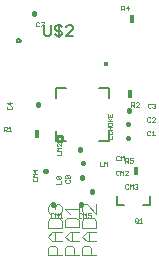
<source format=gto>
G75*
%MOIN*%
%OFA0B0*%
%FSLAX25Y25*%
%IPPOS*%
%LPD*%
%AMOC8*
5,1,8,0,0,1.08239X$1,22.5*
%
%ADD10C,0.00900*%
%ADD11C,0.00500*%
%ADD12C,0.01600*%
%ADD13C,0.00100*%
%ADD14R,0.01600X0.02800*%
%ADD15C,0.00400*%
%ADD16C,0.00800*%
%ADD17R,0.01772X0.01772*%
D10*
X0086533Y0109904D02*
X0086533Y0111724D01*
X0088353Y0111724D01*
X0088353Y0109904D01*
X0086533Y0109904D01*
D11*
X0086303Y0110079D02*
X0089428Y0110079D01*
X0086303Y0110079D02*
X0086303Y0113204D01*
X0100678Y0110079D02*
X0103803Y0110079D01*
X0103803Y0113204D01*
X0103803Y0124454D02*
X0103803Y0127579D01*
X0100678Y0127579D01*
X0089428Y0127579D02*
X0086303Y0127579D01*
X0086303Y0124454D01*
X0073152Y0143455D02*
X0073154Y0143504D01*
X0073160Y0143554D01*
X0073170Y0143602D01*
X0073183Y0143650D01*
X0073201Y0143696D01*
X0073221Y0143741D01*
X0073246Y0143784D01*
X0073274Y0143825D01*
X0073305Y0143863D01*
X0073339Y0143899D01*
X0073375Y0143932D01*
X0073414Y0143963D01*
X0073456Y0143989D01*
X0073499Y0144013D01*
X0073545Y0144033D01*
X0073591Y0144050D01*
X0073639Y0144062D01*
X0073688Y0144071D01*
X0073737Y0144076D01*
X0073786Y0144077D01*
X0073836Y0144074D01*
X0073885Y0144067D01*
X0073933Y0144056D01*
X0073980Y0144042D01*
X0074026Y0144024D01*
X0074071Y0144002D01*
X0074113Y0143976D01*
X0074153Y0143948D01*
X0074191Y0143916D01*
X0074227Y0143882D01*
X0074259Y0143844D01*
X0074289Y0143804D01*
X0074315Y0143762D01*
X0074337Y0143718D01*
X0074357Y0143673D01*
X0074372Y0143626D01*
X0074384Y0143578D01*
X0074392Y0143529D01*
X0074396Y0143480D01*
X0074396Y0143430D01*
X0074392Y0143381D01*
X0074384Y0143332D01*
X0074372Y0143284D01*
X0074357Y0143237D01*
X0074337Y0143192D01*
X0074315Y0143148D01*
X0074289Y0143106D01*
X0074259Y0143066D01*
X0074227Y0143028D01*
X0074191Y0142994D01*
X0074153Y0142962D01*
X0074113Y0142934D01*
X0074071Y0142908D01*
X0074026Y0142886D01*
X0073980Y0142868D01*
X0073933Y0142854D01*
X0073885Y0142843D01*
X0073836Y0142836D01*
X0073786Y0142833D01*
X0073737Y0142834D01*
X0073688Y0142839D01*
X0073639Y0142848D01*
X0073591Y0142860D01*
X0073545Y0142877D01*
X0073499Y0142897D01*
X0073456Y0142921D01*
X0073414Y0142947D01*
X0073375Y0142978D01*
X0073339Y0143011D01*
X0073305Y0143047D01*
X0073274Y0143085D01*
X0073246Y0143126D01*
X0073221Y0143169D01*
X0073201Y0143214D01*
X0073183Y0143260D01*
X0073170Y0143308D01*
X0073160Y0143356D01*
X0073154Y0143406D01*
X0073152Y0143455D01*
X0082291Y0145656D02*
X0082291Y0148523D01*
X0084585Y0148523D02*
X0084585Y0145656D01*
X0084011Y0145083D01*
X0082865Y0145083D01*
X0082291Y0145656D01*
X0085916Y0145656D02*
X0086490Y0145083D01*
X0087636Y0145083D01*
X0088210Y0145656D01*
X0088210Y0146229D01*
X0087636Y0146803D01*
X0086490Y0146803D01*
X0085916Y0147376D01*
X0085916Y0147949D01*
X0086490Y0148523D01*
X0087636Y0148523D01*
X0088210Y0147949D01*
X0089542Y0147949D02*
X0090115Y0148523D01*
X0091262Y0148523D01*
X0091835Y0147949D01*
X0091835Y0147376D01*
X0089542Y0145083D01*
X0091835Y0145083D01*
X0087063Y0144509D02*
X0087063Y0149096D01*
D12*
X0079000Y0152380D02*
X0079000Y0152620D01*
X0080205Y0122142D02*
X0080205Y0121902D01*
X0094303Y0107155D02*
X0094303Y0106915D01*
X0095108Y0102794D02*
X0095108Y0102554D01*
X0094937Y0097896D02*
X0094937Y0097656D01*
X0098087Y0093323D02*
X0098087Y0093083D01*
X0094662Y0088820D02*
X0094662Y0088580D01*
X0085300Y0088605D02*
X0085300Y0088845D01*
X0082920Y0099975D02*
X0082680Y0099975D01*
X0110294Y0110888D02*
X0110294Y0111129D01*
X0110319Y0115512D02*
X0110319Y0115752D01*
X0110494Y0119955D02*
X0110494Y0120195D01*
D13*
X0111361Y0121458D02*
X0111361Y0122959D01*
X0112111Y0122959D01*
X0112362Y0122709D01*
X0112362Y0122209D01*
X0112111Y0121958D01*
X0111361Y0121958D01*
X0111861Y0121958D02*
X0112362Y0121458D01*
X0112834Y0121458D02*
X0113835Y0122459D01*
X0113835Y0122709D01*
X0113585Y0122959D01*
X0113084Y0122959D01*
X0112834Y0122709D01*
X0112834Y0121458D02*
X0113835Y0121458D01*
X0116843Y0121163D02*
X0117093Y0120912D01*
X0117594Y0120912D01*
X0117844Y0121163D01*
X0118316Y0121163D02*
X0118567Y0120912D01*
X0119067Y0120912D01*
X0119317Y0121163D01*
X0119317Y0121413D01*
X0119067Y0121663D01*
X0118817Y0121663D01*
X0119067Y0121663D02*
X0119317Y0121913D01*
X0119317Y0122163D01*
X0119067Y0122414D01*
X0118567Y0122414D01*
X0118316Y0122163D01*
X0117844Y0122163D02*
X0117594Y0122414D01*
X0117093Y0122414D01*
X0116843Y0122163D01*
X0116843Y0121163D01*
X0116918Y0117971D02*
X0116668Y0117721D01*
X0116668Y0116720D01*
X0116918Y0116470D01*
X0117419Y0116470D01*
X0117669Y0116720D01*
X0118141Y0116470D02*
X0119142Y0117470D01*
X0119142Y0117721D01*
X0118892Y0117971D01*
X0118392Y0117971D01*
X0118141Y0117721D01*
X0117669Y0117721D02*
X0117419Y0117971D01*
X0116918Y0117971D01*
X0118141Y0116470D02*
X0119142Y0116470D01*
X0118617Y0113347D02*
X0118617Y0111846D01*
X0119117Y0111846D02*
X0118116Y0111846D01*
X0117644Y0112096D02*
X0117394Y0111846D01*
X0116893Y0111846D01*
X0116643Y0112096D01*
X0116643Y0113097D01*
X0116893Y0113347D01*
X0117394Y0113347D01*
X0117644Y0113097D01*
X0118116Y0112847D02*
X0118617Y0113347D01*
X0108853Y0105013D02*
X0108853Y0103511D01*
X0109300Y0103300D02*
X0110051Y0103300D01*
X0110301Y0103551D01*
X0110301Y0104051D01*
X0110051Y0104301D01*
X0109300Y0104301D01*
X0109300Y0102800D01*
X0109800Y0103300D02*
X0110301Y0102800D01*
X0110773Y0103050D02*
X0111023Y0102800D01*
X0111524Y0102800D01*
X0111774Y0103050D01*
X0111774Y0103551D01*
X0111524Y0103801D01*
X0111274Y0103801D01*
X0110773Y0103551D01*
X0110773Y0104301D01*
X0111774Y0104301D01*
X0108853Y0105013D02*
X0108353Y0104512D01*
X0107852Y0105013D01*
X0107852Y0103511D01*
X0107380Y0103762D02*
X0107130Y0103511D01*
X0106629Y0103511D01*
X0106379Y0103762D01*
X0106379Y0104762D01*
X0106629Y0105013D01*
X0107130Y0105013D01*
X0107380Y0104762D01*
X0103353Y0102995D02*
X0103353Y0101494D01*
X0102352Y0101494D02*
X0102352Y0102995D01*
X0102853Y0102495D01*
X0103353Y0102995D01*
X0101880Y0101494D02*
X0100879Y0101494D01*
X0100879Y0102995D01*
X0106207Y0099865D02*
X0106207Y0098864D01*
X0106457Y0098614D01*
X0106958Y0098614D01*
X0107208Y0098864D01*
X0107680Y0098614D02*
X0107680Y0100115D01*
X0108181Y0099614D01*
X0108681Y0100115D01*
X0108681Y0098614D01*
X0109154Y0098614D02*
X0110154Y0099614D01*
X0110154Y0099865D01*
X0109904Y0100115D01*
X0109404Y0100115D01*
X0109154Y0099865D01*
X0109154Y0098614D02*
X0110154Y0098614D01*
X0107208Y0099865D02*
X0106958Y0100115D01*
X0106457Y0100115D01*
X0106207Y0099865D01*
X0109607Y0095542D02*
X0109357Y0095292D01*
X0109357Y0094291D01*
X0109607Y0094041D01*
X0110108Y0094041D01*
X0110358Y0094291D01*
X0110830Y0094041D02*
X0110830Y0095542D01*
X0111331Y0095042D01*
X0111831Y0095542D01*
X0111831Y0094041D01*
X0112304Y0094291D02*
X0112554Y0094041D01*
X0113054Y0094041D01*
X0113304Y0094291D01*
X0113304Y0094541D01*
X0113054Y0094791D01*
X0112804Y0094791D01*
X0113054Y0094791D02*
X0113304Y0095042D01*
X0113304Y0095292D01*
X0113054Y0095542D01*
X0112554Y0095542D01*
X0112304Y0095292D01*
X0110358Y0095292D02*
X0110108Y0095542D01*
X0109607Y0095542D01*
X0097740Y0085901D02*
X0096739Y0085901D01*
X0096739Y0085151D01*
X0097240Y0085401D01*
X0097490Y0085401D01*
X0097740Y0085151D01*
X0097740Y0084650D01*
X0097490Y0084400D01*
X0096989Y0084400D01*
X0096739Y0084650D01*
X0096267Y0084400D02*
X0096267Y0085901D01*
X0095766Y0085401D01*
X0095266Y0085901D01*
X0095266Y0084400D01*
X0094794Y0084650D02*
X0094543Y0084400D01*
X0094043Y0084400D01*
X0093793Y0084650D01*
X0093793Y0085651D01*
X0094043Y0085901D01*
X0094543Y0085901D01*
X0094794Y0085651D01*
X0088378Y0084425D02*
X0087377Y0084425D01*
X0086904Y0084425D02*
X0086904Y0085926D01*
X0086404Y0085426D01*
X0085903Y0085926D01*
X0085903Y0084425D01*
X0085431Y0084675D02*
X0085181Y0084425D01*
X0084680Y0084425D01*
X0084430Y0084675D01*
X0084430Y0085676D01*
X0084680Y0085926D01*
X0085181Y0085926D01*
X0085431Y0085676D01*
X0087377Y0085426D02*
X0087877Y0085926D01*
X0087877Y0084425D01*
X0087754Y0095780D02*
X0087754Y0096781D01*
X0087504Y0097253D02*
X0086503Y0098254D01*
X0087504Y0098254D01*
X0087754Y0098004D01*
X0087754Y0097503D01*
X0087504Y0097253D01*
X0086503Y0097253D01*
X0086253Y0097503D01*
X0086253Y0098004D01*
X0086503Y0098254D01*
X0086253Y0095780D02*
X0087754Y0095780D01*
X0089233Y0096318D02*
X0089484Y0096067D01*
X0090484Y0096067D01*
X0090735Y0096318D01*
X0090735Y0096818D01*
X0090484Y0097068D01*
X0090484Y0097541D02*
X0089484Y0098542D01*
X0090484Y0098542D01*
X0090735Y0098291D01*
X0090735Y0097791D01*
X0090484Y0097541D01*
X0089484Y0097541D01*
X0089233Y0097791D01*
X0089233Y0098291D01*
X0089484Y0098542D01*
X0089484Y0097068D02*
X0089233Y0096818D01*
X0089233Y0096318D01*
X0080000Y0096775D02*
X0080000Y0097276D01*
X0079750Y0097526D01*
X0080000Y0097998D02*
X0078499Y0097998D01*
X0078999Y0098499D01*
X0078499Y0098999D01*
X0080000Y0098999D01*
X0079249Y0099472D02*
X0079249Y0100472D01*
X0078499Y0100222D02*
X0079249Y0099472D01*
X0078499Y0100222D02*
X0080000Y0100222D01*
X0078749Y0097526D02*
X0078499Y0097276D01*
X0078499Y0096775D01*
X0078749Y0096525D01*
X0079750Y0096525D01*
X0080000Y0096775D01*
X0086465Y0105254D02*
X0087967Y0105254D01*
X0087967Y0106255D01*
X0087967Y0106728D02*
X0086465Y0106728D01*
X0086966Y0107228D01*
X0086465Y0107728D01*
X0087967Y0107728D01*
X0087967Y0108201D02*
X0086966Y0109202D01*
X0086716Y0109202D01*
X0086465Y0108951D01*
X0086465Y0108451D01*
X0086716Y0108201D01*
X0087967Y0108201D02*
X0087967Y0109202D01*
X0071337Y0113264D02*
X0070336Y0113264D01*
X0069864Y0113264D02*
X0069363Y0113764D01*
X0069614Y0113764D02*
X0068863Y0113764D01*
X0068863Y0113264D02*
X0068863Y0114765D01*
X0069614Y0114765D01*
X0069864Y0114515D01*
X0069864Y0114015D01*
X0069614Y0113764D01*
X0070336Y0114265D02*
X0070837Y0114765D01*
X0070837Y0113264D01*
X0071244Y0120497D02*
X0071494Y0120748D01*
X0071494Y0121248D01*
X0071244Y0121498D01*
X0070743Y0121971D02*
X0070743Y0122972D01*
X0069993Y0122721D02*
X0070743Y0121971D01*
X0070243Y0121498D02*
X0069993Y0121248D01*
X0069993Y0120748D01*
X0070243Y0120497D01*
X0071244Y0120497D01*
X0071494Y0122721D02*
X0069993Y0122721D01*
X0103406Y0119044D02*
X0103406Y0118043D01*
X0104908Y0118043D01*
X0104908Y0119044D01*
X0104157Y0118544D02*
X0104157Y0118043D01*
X0104908Y0117571D02*
X0104157Y0116820D01*
X0104407Y0116570D02*
X0103406Y0117571D01*
X0103406Y0116570D02*
X0104908Y0116570D01*
X0104657Y0116097D02*
X0103657Y0116097D01*
X0103406Y0115847D01*
X0103406Y0115347D01*
X0103657Y0115097D01*
X0104657Y0115097D01*
X0104908Y0115347D01*
X0104908Y0115847D01*
X0104657Y0116097D01*
X0104908Y0114624D02*
X0103406Y0114624D01*
X0104157Y0114624D02*
X0104157Y0113623D01*
X0104657Y0113151D02*
X0104908Y0112901D01*
X0104908Y0112400D01*
X0104657Y0112150D01*
X0103657Y0112150D01*
X0103406Y0112400D01*
X0103406Y0112901D01*
X0103657Y0113151D01*
X0103406Y0113623D02*
X0104908Y0113623D01*
X0104908Y0111678D02*
X0104908Y0110677D01*
X0103406Y0110677D01*
X0112716Y0084226D02*
X0113217Y0084226D01*
X0113467Y0083976D01*
X0113467Y0082975D01*
X0113217Y0082725D01*
X0112716Y0082725D01*
X0112466Y0082975D01*
X0112466Y0083976D01*
X0112716Y0084226D01*
X0112966Y0083225D02*
X0113467Y0082725D01*
X0113939Y0082725D02*
X0114940Y0082725D01*
X0114440Y0082725D02*
X0114440Y0084226D01*
X0113939Y0083726D01*
X0081077Y0148200D02*
X0081077Y0148450D01*
X0082078Y0149451D01*
X0082078Y0149701D01*
X0081077Y0149701D01*
X0080604Y0149451D02*
X0080354Y0149701D01*
X0079854Y0149701D01*
X0079603Y0149451D01*
X0079603Y0148450D01*
X0079854Y0148200D01*
X0080354Y0148200D01*
X0080604Y0148450D01*
X0108012Y0153563D02*
X0108012Y0155064D01*
X0108763Y0155064D01*
X0109013Y0154814D01*
X0109013Y0154313D01*
X0108763Y0154063D01*
X0108012Y0154063D01*
X0108513Y0154063D02*
X0109013Y0153563D01*
X0109486Y0154313D02*
X0110487Y0154313D01*
X0110236Y0153563D02*
X0110236Y0155064D01*
X0109486Y0154313D01*
D14*
X0111462Y0150763D03*
X0110757Y0125758D03*
X0080033Y0112427D03*
X0112750Y0100000D03*
D15*
X0083496Y0074228D02*
X0083496Y0071926D01*
X0088100Y0071926D01*
X0089209Y0071976D02*
X0089209Y0074278D01*
X0089976Y0075045D01*
X0091511Y0075045D01*
X0092278Y0074278D01*
X0092278Y0071976D01*
X0093813Y0071976D02*
X0089209Y0071976D01*
X0086566Y0071926D02*
X0086566Y0074228D01*
X0085798Y0074995D01*
X0084264Y0074995D01*
X0083496Y0074228D01*
X0085031Y0076530D02*
X0083496Y0078065D01*
X0085031Y0079599D01*
X0088100Y0079599D01*
X0088100Y0081134D02*
X0083496Y0081134D01*
X0083496Y0083436D01*
X0084264Y0084203D01*
X0087333Y0084203D01*
X0088100Y0083436D01*
X0088100Y0081134D01*
X0089209Y0081184D02*
X0089209Y0083486D01*
X0089976Y0084253D01*
X0093046Y0084253D01*
X0093813Y0083486D01*
X0093813Y0081184D01*
X0089209Y0081184D01*
X0090744Y0079649D02*
X0093813Y0079649D01*
X0094896Y0081134D02*
X0094896Y0083436D01*
X0095664Y0084203D01*
X0098733Y0084203D01*
X0099500Y0083436D01*
X0099500Y0081134D01*
X0094896Y0081134D01*
X0096431Y0079599D02*
X0094896Y0078065D01*
X0096431Y0076530D01*
X0099500Y0076530D01*
X0097198Y0076530D02*
X0097198Y0079599D01*
X0096431Y0079599D02*
X0099500Y0079599D01*
X0097198Y0074995D02*
X0097966Y0074228D01*
X0097966Y0071926D01*
X0099500Y0071926D02*
X0094896Y0071926D01*
X0094896Y0074228D01*
X0095664Y0074995D01*
X0097198Y0074995D01*
X0093813Y0076580D02*
X0090744Y0076580D01*
X0089209Y0078115D01*
X0090744Y0079649D01*
X0091511Y0079649D02*
X0091511Y0076580D01*
X0088100Y0076530D02*
X0085031Y0076530D01*
X0085798Y0076530D02*
X0085798Y0079599D01*
X0084264Y0085738D02*
X0083496Y0086505D01*
X0083496Y0088040D01*
X0084264Y0088807D01*
X0085031Y0088807D01*
X0085798Y0088040D01*
X0086566Y0088807D01*
X0087333Y0088807D01*
X0088100Y0088040D01*
X0088100Y0086505D01*
X0087333Y0085738D01*
X0085798Y0087273D02*
X0085798Y0088040D01*
X0089209Y0087323D02*
X0090744Y0085788D01*
X0089209Y0087323D02*
X0093813Y0087323D01*
X0094896Y0088040D02*
X0094896Y0086505D01*
X0095664Y0085738D01*
X0093813Y0085788D02*
X0093813Y0088857D01*
X0094896Y0088040D02*
X0095664Y0088807D01*
X0096431Y0088807D01*
X0099500Y0085738D01*
X0099500Y0088807D01*
D16*
X0106601Y0088519D02*
X0106601Y0091669D01*
X0106601Y0088519D02*
X0108963Y0088519D01*
X0115262Y0088519D02*
X0117624Y0088519D01*
X0117624Y0091669D01*
D17*
X0102760Y0135603D03*
M02*

</source>
